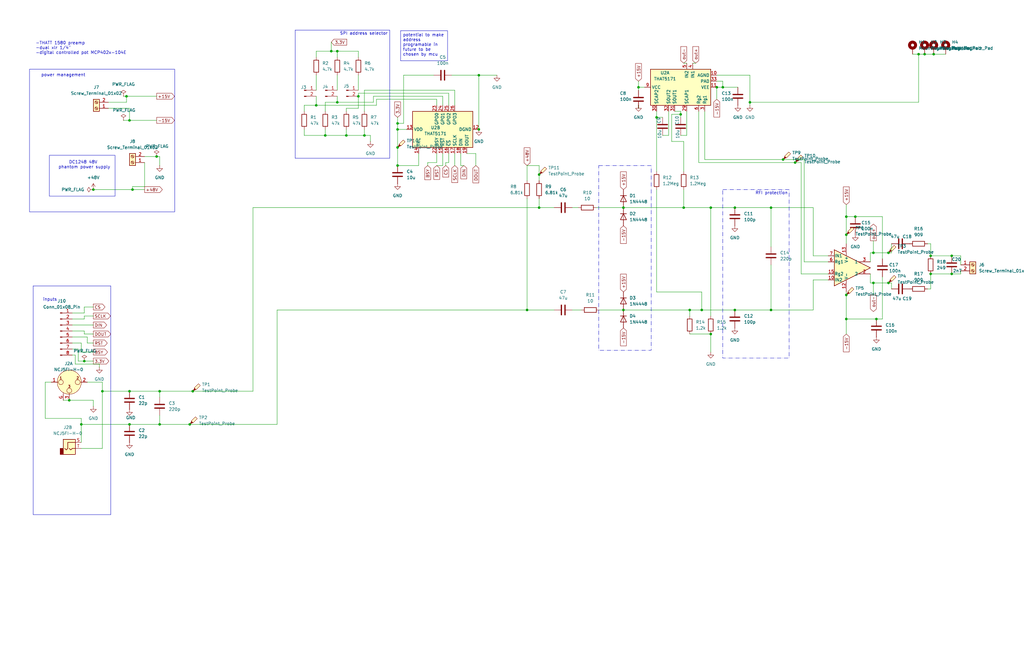
<source format=kicad_sch>
(kicad_sch (version 20231120) (generator "eeschema") (generator_version "8.0")
  (paper "B")
  (title_block (title "channel preamp") (rev "1"))
  (lib_symbols
    (symbol "Audio:THAT1580" (pin_names (offset 0.127))
      (property "Reference" "U" (at 3.81 7.62 0))
      (property "Value" "THAT1580" (at 5.08 5.08 0))
      (symbol "THAT1580_1_1"
        (pin input line (at -10.16 -5.08 0) (length 2.54) (name "IN2") (number "10"))
        (pin power_in line (at -2.54 -10.16 90) (length 5.08) (name "V-") (number "12"))
        (pin power_in line (at -2.54 10.16 270) (length 5.08) (name "V+") (number "13"))
        (pin passive line (at -10.16 -2.54 0) (length 2.54) (name "Rg2") (number "15"))
        (pin passive line (at -2.54 -10.16 90) (length 5.08) hide (name "V-") (number "17"))
        (pin output line (at 7.62 -2.54 180) (length 5.08) (name "2") (number "2"))
        (pin output line (at 7.62 2.54 180) (length 5.08) (name "1") (number "3"))
        (pin passive line (at -10.16 2.54 0) (length 2.54) (name "Rg1") (number "6"))
        (pin input line (at -10.16 5.08 0) (length 2.54) (name "IN1") (number "7"))
      )
    )
    (symbol "Audio:THAT5171"
      (property "Reference" "U" (at -6.35 13.97 0))
      (property "Value" "THAT5171" (at 5.08 13.97 0))
      (symbol "THAT5171_1_1"
        (pin no_connect line (at 7.62 10.16 180) (length 2.54) hide (name "NC") (number "1"))
        (pin power_in line (at 5.08 -15.24 90) (length 2.54) (name "AGND") (number "10"))
        (pin power_in line (at 0 -15.24 90) (length 2.54) (name "VEE") (number "11"))
        (pin no_connect line (at 7.62 7.62 180) (length 2.54) hide (name "NC") (number "2"))
        (pin no_connect line (at 7.62 0 180) (length 2.54) hide (name "NC") (number "27"))
        (pin passive line (at 5.08 -15.24 90) (length 2.54) hide (name "AGND") (number "28"))
        (pin passive line (at -10.16 -2.54 0) (length 2.54) (name "SCAP1") (number "29"))
        (pin passive line (at -10.16 -10.16 0) (length 2.54) (name "Rg1") (number "3"))
        (pin passive line (at -10.16 10.16 0) (length 2.54) (name "SCAP2") (number "30"))
        (pin output line (at -10.16 2.54 0) (length 2.54) (name "SOUT1") (number "31"))
        (pin output line (at -10.16 5.08 0) (length 2.54) (name "SOUT2") (number "32"))
        (pin passive line (at 2.54 -15.24 90) (length 2.54) (name "PAD") (number "33"))
        (pin input line (at 10.16 -5.08 180) (length 2.54) (name "IN1") (number "4"))
        (pin input line (at 10.16 -2.54 180) (length 2.54) (name "IN2") (number "5"))
        (pin passive line (at -10.16 -7.62 0) (length 2.54) (name "Rg2") (number "6"))
        (pin no_connect line (at 7.62 5.08 180) (length 2.54) hide (name "NC") (number "7"))
        (pin no_connect line (at 7.62 2.54 180) (length 2.54) hide (name "NC") (number "8"))
        (pin power_in line (at 0 15.24 270) (length 2.54) (name "VCC") (number "9"))
      )
      (symbol "THAT5171_2_1"
        (pin power_in line (at 0 -15.24 90) (length 2.54) (name "DGND") (number "12"))
        (pin power_in line (at 0 15.24 270) (length 2.54) (name "VDD") (number "13"))
        (pin passive line (at -10.16 10.16 0) (length 2.54) (name "TRC") (number "14"))
        (pin input line (at -10.16 0 0) (length 2.54) (name "~{RST}") (number "15"))
        (pin input line (at -10.16 -2.54 0) (length 2.54) (name "~{CS}") (number "16"))
        (pin input line (at -10.16 -5.08 0) (length 2.54) (name "SCLK") (number "17"))
        (pin input line (at -10.16 -7.62 0) (length 2.54) (name "DIN") (number "18"))
        (pin tri_state line (at -10.16 -10.16 0) (length 2.54) (name "DOUT") (number "19"))
        (pin passive line (at 0 -15.24 90) (length 2.54) hide (name "DGND") (number "20"))
        (pin passive line (at 0 15.24 270) (length 2.54) hide (name "VDD") (number "21"))
        (pin output line (at -10.16 2.54 0) (length 2.54) (name "BSY") (number "22"))
        (pin bidirectional line (at 10.16 2.54 180) (length 2.54) (name "GPO0") (number "23"))
        (pin bidirectional line (at 10.16 0 180) (length 2.54) (name "GPO1") (number "24"))
        (pin bidirectional line (at 10.16 -2.54 180) (length 2.54) (name "GPO2") (number "25"))
        (pin bidirectional line (at 10.16 -5.08 180) (length 2.54) (name "GPO3") (number "26"))
      )
    )
    (symbol "Connector:Conn_01x02_Pin" (pin_names (offset 1.016) hide)
      (property "Reference" "J" (at 0 2.54 0))
      (property "Value" "Conn_01x02_Pin" (at 0 -5.08 0))
      (symbol "Conn_01x02_Pin_1_1"
        (pin passive line (at 5.08 0 180) (length 3.81) (name "Pin_1") (number "1"))
        (pin passive line (at 5.08 -2.54 180) (length 3.81) (name "Pin_2") (number "2"))
      )
    )
    (symbol "Connector:Conn_01x08_Pin" (pin_names (offset 1.016) hide)
      (property "Reference" "J" (at 0 10.16 0))
      (property "Value" "Conn_01x08_Pin" (at 0 -12.7 0))
      (symbol "Conn_01x08_Pin_1_1"
        (pin passive line (at 5.08 7.62 180) (length 3.81) (name "Pin_1") (number "1"))
        (pin passive line (at 5.08 5.08 180) (length 3.81) (name "Pin_2") (number "2"))
        (pin passive line (at 5.08 2.54 180) (length 3.81) (name "Pin_3") (number "3"))
        (pin passive line (at 5.08 0 180) (length 3.81) (name "Pin_4") (number "4"))
        (pin passive line (at 5.08 -2.54 180) (length 3.81) (name "Pin_5") (number "5"))
        (pin passive line (at 5.08 -5.08 180) (length 3.81) (name "Pin_6") (number "6"))
        (pin passive line (at 5.08 -7.62 180) (length 3.81) (name "Pin_7") (number "7"))
        (pin passive line (at 5.08 -10.16 180) (length 3.81) (name "Pin_8") (number "8"))
      )
    )
    (symbol "Connector:Screw_Terminal_01x02" (pin_names (offset 1.016) hide)
      (property "Reference" "J" (at 0 2.54 0))
      (property "Value" "Screw_Terminal_01x02" (at 0 -5.08 0))
      (symbol "Screw_Terminal_01x02_1_1"
        (pin passive line (at -5.08 0 0) (length 3.81) (name "Pin_1") (number "1"))
        (pin passive line (at -5.08 -2.54 0) (length 3.81) (name "Pin_2") (number "2"))
      )
    )
    (symbol "Connector:TestPoint_Probe" (pin_numbers hide) (pin_names (offset 0.762) hide)
      (property "Reference" "TP" (at 1.651 5.842 0))
      (property "Value" "TestPoint_Probe" (at 1.651 4.064 0))
      (symbol "TestPoint_Probe_1_1"
        (pin passive line (at 0 0 90) (length 0) (name "1") (number "1"))
      )
    )
    (symbol "Connector_Audio:NCJ5FI-H-0" (pin_names hide)
      (property "Reference" "J" (at 0 10.16 0))
      (property "Value" "NCJ5FI-H-0" (at 0 7.62 0))
      (symbol "NCJ5FI-H-0_1_1"
        (text "1" (at -3.556 1.778 0) (effects (font (size 1.016 1.016) (bold yes))))
        (text "2" (at 3.556 1.778 0) (effects (font (size 1.016 1.016) (bold yes))))
        (text "3" (at 0 -1.778 0) (effects (font (size 1.016 1.016) (bold yes))))
        (pin passive line (at -7.62 0 0) (length 2.54) (name "~") (number "1"))
        (pin passive line (at 7.62 0 180) (length 2.54) (name "~") (number "2"))
        (pin passive line (at 0 -7.62 90) (length 2.54) (name "~") (number "3"))
        (pin passive line (at -2.54 -7.62 90) (length 2.54) (name "~") (number "G"))
      )
      (symbol "NCJ5FI-H-0_2_1"
        (pin passive line (at 5.08 2.54 180) (length 2.54) (name "~") (number "S"))
        (pin passive line (at 5.08 0 180) (length 2.54) (name "~") (number "T"))
      )
    )
    (symbol "Device:C" (pin_numbers hide) (pin_names (offset 0.254))
      (property "Reference" "C" (at 0.635 2.54 0))
      (property "Value" "C" (at 0.635 -2.54 0))
      (symbol "C_1_1"
        (pin passive line (at 0 3.81 270) (length 2.794) (name "~") (number "1"))
        (pin passive line (at 0 -3.81 90) (length 2.794) (name "~") (number "2"))
      )
    )
    (symbol "Device:R" (pin_numbers hide) (pin_names (offset 0))
      (property "Reference" "R" (at 2.032 0 90))
      (property "Value" "R" (at 0 0 90))
      (symbol "R_1_1"
        (pin passive line (at 0 3.81 270) (length 1.27) (name "~") (number "1"))
        (pin passive line (at 0 -3.81 90) (length 1.27) (name "~") (number "2"))
      )
    )
    (symbol "Diode:1N4448" (pin_numbers hide) (pin_names hide)
      (property "Reference" "D" (at 0 2.54 0))
      (property "Value" "1N4448" (at 0 -2.54 0))
      (symbol "1N4448_1_1"
        (pin passive line (at -3.81 0 0) (length 2.54) (name "K") (number "1"))
        (pin passive line (at 3.81 0 180) (length 2.54) (name "A") (number "2"))
      )
    )
    (symbol "Mechanical:MountingHole_Pad" (pin_numbers hide) (pin_names (offset 1.016) hide) (exclude_from_sim yes) (in_bom no)
      (property "Reference" "H" (at 0 6.35 0))
      (property "Value" "MountingHole_Pad" (at 0 4.445 0))
      (symbol "MountingHole_Pad_1_1"
        (pin input line (at 0 -2.54 90) (length 2.54) (name "1") (number "1"))
      )
    )
    (symbol "power:+48V" (power) (pin_numbers hide) (pin_names (offset 0) hide)
      (property "Value" "+48V" (at 0 3.556 0))
      (symbol "+48V_1_1"
        (pin power_in line (at 0 0 90) (length 0) (name "~") (number "1"))
      )
    )
    (symbol "power:GND" (power) (pin_numbers hide) (pin_names (offset 0) hide)
      (property "Value" "GND" (at 0 -3.81 0))
      (symbol "GND_1_1"
        (pin power_in line (at 0 0 270) (length 0) (name "~") (number "1"))
      )
    )
    (symbol "power:PWR_FLAG" (power) (pin_numbers hide) (pin_names (offset 0) hide)
      (property "Value" "PWR_FLAG" (at 0 3.81 0))
      (symbol "PWR_FLAG_0_0"
        (pin power_out line (at 0 0 90) (length 0) (name "~") (number "1"))
      )
    )
  )
  (junction (at 201.93 31.75))
  (junction (at 146.05 57.15))
  (junction (at 325.12 87.63))
  (junction (at 269.24 36.83))
  (junction (at 335.28 68.58))
  (junction (at 387.35 22.86))
  (junction (at 139.7 21.59))
  (junction (at 309.88 87.63))
  (junction (at 80.01 179.07))
  (junction (at 43.18 165.1))
  (junction (at 54.61 165.1))
  (junction (at 34.29 179.07))
  (junction (at 330.2 67.31))
  (junction (at 81.28 165.1))
  (junction (at 53.34 40.64))
  (junction (at 142.24 43.18))
  (junction (at 304.8 36.83))
  (junction (at 276.86 49.53))
  (junction (at 374.65 119.38))
  (junction (at 369.57 134.62))
  (junction (at 287.02 48.26))
  (junction (at 39.37 80.01))
  (junction (at 290.83 130.81))
  (junction (at 374.65 106.68))
  (junction (at 262.89 130.81))
  (junction (at 167.64 62.23))
  (junction (at 295.91 130.81))
  (junction (at 227.33 73.66))
  (junction (at 167.64 54.61))
  (junction (at 356.87 91.44))
  (junction (at 356.87 134.62))
  (junction (at 29.21 168.91))
  (junction (at 389.89 22.86))
  (junction (at 368.3 106.68))
  (junction (at 67.31 165.1))
  (junction (at 392.43 115.57))
  (junction (at 356.87 99.06))
  (junction (at 67.31 179.07))
  (junction (at 227.33 87.63))
  (junction (at 288.29 87.63))
  (junction (at 302.26 36.83))
  (junction (at 356.87 124.46))
  (junction (at 201.93 54.61))
  (junction (at 133.35 44.45))
  (junction (at 54.61 50.8))
  (junction (at 151.13 40.64))
  (junction (at 262.89 87.63))
  (junction (at 299.72 140.97))
  (junction (at 222.25 130.81))
  (junction (at 392.43 107.95))
  (junction (at 153.67 57.15))
  (junction (at 401.32 115.57))
  (junction (at 299.72 87.63))
  (junction (at 167.64 69.85))
  (junction (at 360.68 91.44))
  (junction (at 316.23 43.18))
  (junction (at 55.88 80.01))
  (junction (at 54.61 179.07))
  (junction (at 325.12 130.81))
  (junction (at 368.3 119.38))
  (junction (at 309.88 130.81))
  (junction (at 66.04 66.04))
  (junction (at 401.32 107.95))
  (junction (at 167.64 52.07))
  (junction (at 393.7 22.86))
  (junction (at 137.16 57.15))
  (junction (at 35.56 152.4))
  (junction (at 142.24 21.59))
  (wire (pts (xy 34.29 186.69) (xy 34.29 179.07)))
  (wire (pts (xy 342.9 118.11) (xy 342.9 130.81)))
  (wire (pts (xy 151.13 39.37) (xy 151.13 40.64)))
  (wire (pts (xy 43.18 165.1) (xy 43.18 161.29)))
  (wire (pts (xy 387.35 22.86) (xy 387.35 43.18)))
  (wire (pts (xy 309.88 130.81) (xy 325.12 130.81)))
  (wire (pts (xy 167.64 52.07) (xy 167.64 54.61)))
  (wire (pts (xy 194.31 69.85) (xy 195.58 69.85)))
  (wire (pts (xy 182.88 31.75) (xy 170.18 31.75)))
  (wire (pts (xy 367.03 106.68) (xy 367.03 110.49)))
  (wire (pts (xy 372.11 116.84) (xy 372.11 134.62)))
  (wire (pts (xy 36.83 144.78) (xy 39.37 144.78)))
  (wire (pts (xy 116.84 179.07) (xy 116.84 130.81)))
  (wire (pts (xy 294.64 68.58) (xy 294.64 46.99)))
  (wire (pts (xy 276.86 49.53) (xy 276.86 72.39)))
  (wire (pts (xy 337.82 115.57) (xy 337.82 68.58)))
  (wire (pts (xy 180.34 68.58) (xy 180.34 69.85)))
  (wire (pts (xy 288.29 72.39) (xy 288.29 59.69)))
  (wire (pts (xy 54.61 179.07) (xy 67.31 179.07)))
  (wire (pts (xy 137.16 57.15) (xy 146.05 57.15)))
  (wire (pts (xy 31.75 153.67) (xy 41.91 153.67)))
  (wire (pts (xy 288.29 26.67) (xy 289.56 26.67)))
  (wire (pts (xy 356.87 99.06) (xy 356.87 102.87)))
  (wire (pts (xy 34.29 144.78) (xy 34.29 148.59)))
  (wire (pts (xy 146.05 57.15) (xy 153.67 57.15)))
  (wire (pts (xy 293.37 26.67) (xy 292.1 26.67)))
  (wire (pts (xy 30.48 149.86) (xy 31.75 149.86)))
  (wire (pts (xy 55.88 78.74) (xy 55.88 80.01)))
  (wire (pts (xy 269.24 36.83) (xy 271.78 36.83)))
  (wire (pts (xy 227.33 69.85) (xy 227.33 73.66)))
  (wire (pts (xy 158.75 44.45) (xy 133.35 44.45)))
  (wire (pts (xy 372.11 109.22) (xy 372.11 91.44)))
  (wire (pts (xy 158.75 41.91) (xy 158.75 44.45)))
  (wire (pts (xy 342.9 87.63) (xy 325.12 87.63)))
  (wire (pts (xy 189.23 68.58) (xy 189.23 64.77)))
  (wire (pts (xy 33.02 152.4) (xy 35.56 152.4)))
  (wire (pts (xy 201.93 31.75) (xy 209.55 31.75)))
  (wire (pts (xy 187.96 69.85) (xy 187.96 68.58)))
  (wire (pts (xy 337.82 68.58) (xy 335.28 68.58)))
  (wire (pts (xy 67.31 179.07) (xy 80.01 179.07)))
  (wire (pts (xy 39.37 133.35) (xy 35.56 133.35)))
  (wire (pts (xy 281.94 46.99) (xy 281.94 57.15)))
  (wire (pts (xy 133.35 21.59) (xy 133.35 24.13)))
  (wire (pts (xy 60.96 78.74) (xy 55.88 78.74)))
  (wire (pts (xy 106.68 87.63) (xy 106.68 165.1)))
  (wire (pts (xy 139.7 21.59) (xy 133.35 21.59)))
  (wire (pts (xy 269.24 34.29) (xy 269.24 36.83)))
  (wire (pts (xy 137.16 54.61) (xy 137.16 57.15)))
  (wire (pts (xy 367.03 119.38) (xy 367.03 115.57)))
  (wire (pts (xy 176.53 64.77) (xy 176.53 69.85)))
  (wire (pts (xy 36.83 142.24) (xy 36.83 144.78)))
  (wire (pts (xy 374.65 119.38) (xy 375.92 119.38)))
  (wire (pts (xy 368.3 101.6) (xy 368.3 106.68)))
  (wire (pts (xy 405.13 107.95) (xy 405.13 111.76)))
  (wire (pts (xy 302.26 36.83) (xy 304.8 36.83)))
  (wire (pts (xy 184.15 44.45) (xy 184.15 41.91)))
  (wire (pts (xy 276.86 80.01) (xy 276.86 123.19)))
  (wire (pts (xy 304.8 36.83) (xy 311.15 36.83)))
  (wire (pts (xy 146.05 45.72) (xy 146.05 46.99)))
  (wire (pts (xy 137.16 43.18) (xy 142.24 43.18)))
  (wire (pts (xy 251.46 87.63) (xy 262.89 87.63)))
  (wire (pts (xy 184.15 41.91) (xy 158.75 41.91)))
  (wire (pts (xy 35.56 133.35) (xy 35.56 134.62)))
  (wire (pts (xy 392.43 102.87) (xy 392.43 107.95)))
  (wire (pts (xy 290.83 130.81) (xy 290.83 133.35)))
  (wire (pts (xy 167.64 54.61) (xy 167.64 62.23)))
  (wire (pts (xy 405.13 114.3) (xy 405.13 115.57)))
  (wire (pts (xy 43.18 161.29) (xy 36.83 161.29)))
  (wire (pts (xy 142.24 43.18) (xy 157.48 43.18)))
  (wire (pts (xy 276.86 49.53) (xy 276.86 46.99)))
  (wire (pts (xy 176.53 69.85) (xy 167.64 69.85)))
  (wire (pts (xy 299.72 87.63) (xy 309.88 87.63)))
  (wire (pts (xy 368.3 124.46) (xy 368.3 119.38)))
  (wire (pts (xy 153.67 38.1) (xy 153.67 46.99)))
  (wire (pts (xy 151.13 39.37) (xy 189.23 39.37)))
  (wire (pts (xy 128.27 54.61) (xy 128.27 57.15)))
  (wire (pts (xy 35.56 152.4) (xy 39.37 152.4)))
  (wire (pts (xy 375.92 106.68) (xy 375.92 102.87)))
  (wire (pts (xy 30.48 142.24) (xy 36.83 142.24)))
  (wire (pts (xy 387.35 43.18) (xy 316.23 43.18)))
  (wire (pts (xy 325.12 87.63) (xy 325.12 104.14)))
  (wire (pts (xy 201.93 31.75) (xy 201.93 54.61)))
  (wire (pts (xy 360.68 91.44) (xy 356.87 91.44)))
  (wire (pts (xy 191.77 38.1) (xy 153.67 38.1)))
  (wire (pts (xy 356.87 123.19) (xy 356.87 124.46)))
  (wire (pts (xy 401.32 115.57) (xy 405.13 115.57)))
  (wire (pts (xy 302.26 36.83) (xy 302.26 41.91)))
  (wire (pts (xy 369.57 134.62) (xy 372.11 134.62)))
  (wire (pts (xy 54.61 165.1) (xy 43.18 165.1)))
  (wire (pts (xy 137.16 46.99) (xy 137.16 43.18)))
  (wire (pts (xy 367.03 119.38) (xy 368.3 119.38)))
  (wire (pts (xy 60.96 66.04) (xy 66.04 66.04)))
  (wire (pts (xy 262.89 130.81) (xy 252.73 130.81)))
  (wire (pts (xy 167.64 54.61) (xy 171.45 54.61)))
  (wire (pts (xy 33.02 147.32) (xy 33.02 152.4)))
  (wire (pts (xy 187.96 68.58) (xy 189.23 68.58)))
  (wire (pts (xy 35.56 139.7) (xy 35.56 140.97)))
  (wire (pts (xy 335.28 68.58) (xy 294.64 68.58)))
  (wire (pts (xy 153.67 57.15) (xy 156.21 57.15)))
  (wire (pts (xy 325.12 111.76) (xy 325.12 130.81)))
  (wire (pts (xy 276.86 123.19) (xy 295.91 123.19)))
  (wire (pts (xy 19.05 176.53) (xy 19.05 161.29)))
  (wire (pts (xy 106.68 165.1) (xy 81.28 165.1)))
  (wire (pts (xy 342.9 130.81) (xy 325.12 130.81)))
  (wire (pts (xy 81.28 165.1) (xy 67.31 165.1)))
  (wire (pts (xy 66.04 66.04) (xy 67.31 66.04)))
  (wire (pts (xy 295.91 130.81) (xy 309.88 130.81)))
  (wire (pts (xy 387.35 22.86) (xy 389.89 22.86)))
  (wire (pts (xy 372.11 91.44) (xy 360.68 91.44)))
  (wire (pts (xy 31.75 149.86) (xy 31.75 153.67)))
  (wire (pts (xy 290.83 130.81) (xy 262.89 130.81)))
  (wire (pts (xy 54.61 45.72) (xy 54.61 50.8)))
  (wire (pts (xy 283.21 48.26) (xy 287.02 48.26)))
  (wire (pts (xy 401.32 107.95) (xy 405.13 107.95)))
  (wire (pts (xy 349.25 118.11) (xy 342.9 118.11)))
  (wire (pts (xy 339.09 110.49) (xy 339.09 67.31)))
  (wire (pts (xy 289.56 46.99) (xy 289.56 57.15)))
  (wire (pts (xy 281.94 57.15) (xy 279.4 57.15)))
  (wire (pts (xy 356.87 134.62) (xy 356.87 140.97)))
  (wire (pts (xy 222.25 69.85) (xy 227.33 69.85)))
  (wire (pts (xy 30.48 144.78) (xy 34.29 144.78)))
  (wire (pts (xy 299.72 133.35) (xy 299.72 87.63)))
  (wire (pts (xy 34.29 189.23) (xy 43.18 189.23)))
  (wire (pts (xy 67.31 66.04) (xy 67.31 69.85)))
  (wire (pts (xy 393.7 22.86) (xy 398.78 22.86)))
  (wire (pts (xy 52.07 50.8) (xy 54.61 50.8)))
  (wire (pts (xy 54.61 50.8) (xy 66.04 50.8)))
  (wire (pts (xy 269.24 45.72) (xy 269.24 44.45)))
  (wire (pts (xy 392.43 107.95) (xy 401.32 107.95)))
  (wire (pts (xy 241.3 130.81) (xy 245.11 130.81)))
  (wire (pts (xy 170.18 31.75) (xy 170.18 52.07)))
  (wire (pts (xy 142.24 21.59) (xy 151.13 21.59)))
  (wire (pts (xy 189.23 44.45) (xy 189.23 39.37)))
  (wire (pts (xy 52.07 40.64) (xy 53.34 40.64)))
  (wire (pts (xy 35.56 134.62) (xy 30.48 134.62)))
  (wire (pts (xy 330.2 67.31) (xy 297.18 67.31)))
  (wire (pts (xy 269.24 38.1) (xy 269.24 36.83)))
  (wire (pts (xy 369.57 134.62) (xy 356.87 134.62)))
  (wire (pts (xy 304.8 34.29) (xy 304.8 36.83)))
  (wire (pts (xy 35.56 140.97) (xy 39.37 140.97)))
  (wire (pts (xy 156.21 57.15) (xy 156.21 59.69)))
  (wire (pts (xy 262.89 87.63) (xy 288.29 87.63)))
  (wire (pts (xy 153.67 54.61) (xy 153.67 57.15)))
  (wire (pts (xy 194.31 64.77) (xy 194.31 69.85)))
  (wire (pts (xy 184.15 64.77) (xy 184.15 68.58)))
  (wire (pts (xy 186.69 69.85) (xy 186.69 64.77)))
  (wire (pts (xy 151.13 24.13) (xy 151.13 21.59)))
  (wire (pts (xy 283.21 59.69) (xy 283.21 48.26)))
  (wire (pts (xy 316.23 43.18) (xy 316.23 44.45)))
  (wire (pts (xy 299.72 140.97) (xy 299.72 148.59)))
  (wire (pts (xy 170.18 52.07) (xy 167.64 52.07)))
  (wire (pts (xy 30.48 137.16) (xy 39.37 137.16)))
  (wire (pts (xy 325.12 87.63) (xy 309.88 87.63)))
  (wire (pts (xy 39.37 168.91) (xy 39.37 171.45)))
  (wire (pts (xy 167.64 49.53) (xy 167.64 52.07)))
  (wire (pts (xy 34.29 176.53) (xy 19.05 176.53)))
  (wire (pts (xy 297.18 46.99) (xy 297.18 67.31)))
  (wire (pts (xy 41.91 153.67) (xy 41.91 154.94)))
  (wire (pts (xy 39.37 129.54) (xy 35.56 129.54)))
  (wire (pts (xy 349.25 107.95) (xy 342.9 107.95)))
  (wire (pts (xy 389.89 22.86) (xy 393.7 22.86)))
  (wire (pts (xy 337.82 115.57) (xy 349.25 115.57)))
  (wire (pts (xy 227.33 73.66) (xy 227.33 76.2)))
  (wire (pts (xy 384.81 22.86) (xy 387.35 22.86)))
  (wire (pts (xy 287.02 46.99) (xy 287.02 48.26)))
  (wire (pts (xy 222.25 76.2) (xy 222.25 69.85)))
  (wire (pts (xy 356.87 124.46) (xy 356.87 134.62)))
  (wire (pts (xy 55.88 80.01) (xy 60.96 80.01)))
  (wire (pts (xy 392.43 115.57) (xy 401.32 115.57)))
  (wire (pts (xy 157.48 40.64) (xy 157.48 43.18)))
  (wire (pts (xy 35.56 129.54) (xy 35.56 132.08)))
  (wire (pts (xy 186.69 40.64) (xy 157.48 40.64)))
  (wire (pts (xy 128.27 44.45) (xy 128.27 46.99)))
  (wire (pts (xy 45.72 43.18) (xy 53.34 43.18)))
  (wire (pts (xy 339.09 67.31) (xy 330.2 67.31)))
  (wire (pts (xy 392.43 121.92) (xy 391.16 121.92)))
  (wire (pts (xy 34.29 179.07) (xy 34.29 176.53)))
  (wire (pts (xy 167.64 62.23) (xy 167.64 69.85)))
  (wire (pts (xy 375.92 119.38) (xy 375.92 121.92)))
  (wire (pts (xy 30.48 147.32) (xy 33.02 147.32)))
  (wire (pts (xy 288.29 80.01) (xy 288.29 87.63)))
  (wire (pts (xy 288.29 59.69) (xy 283.21 59.69)))
  (wire (pts (xy 139.7 17.78) (xy 139.7 21.59)))
  (wire (pts (xy 190.5 31.75) (xy 201.93 31.75)))
  (wire (pts (xy 295.91 130.81) (xy 290.83 130.81)))
  (wire (pts (xy 356.87 86.36) (xy 356.87 91.44)))
  (wire (pts (xy 184.15 68.58) (xy 180.34 68.58)))
  (wire (pts (xy 288.29 87.63) (xy 299.72 87.63)))
  (wire (pts (xy 39.37 80.01) (xy 55.88 80.01)))
  (wire (pts (xy 342.9 107.95) (xy 342.9 87.63)))
  (wire (pts (xy 45.72 45.72) (xy 54.61 45.72)))
  (wire (pts (xy 53.34 43.18) (xy 53.34 40.64)))
  (wire (pts (xy 128.27 57.15) (xy 137.16 57.15)))
  (wire (pts (xy 279.4 49.53) (xy 276.86 49.53)))
  (wire (pts (xy 29.21 168.91) (xy 39.37 168.91)))
  (wire (pts (xy 302.26 34.29) (xy 304.8 34.29)))
  (wire (pts (xy 35.56 139.7) (xy 30.48 139.7)))
  (wire (pts (xy 34.29 179.07) (xy 54.61 179.07)))
  (wire (pts (xy 295.91 123.19) (xy 295.91 130.81)))
  (wire (pts (xy 67.31 175.26) (xy 67.31 179.07)))
  (wire (pts (xy 34.29 148.59) (xy 39.37 148.59)))
  (wire (pts (xy 299.72 140.97) (xy 290.83 140.97)))
  (wire (pts (xy 227.33 87.63) (xy 106.68 87.63)))
  (wire (pts (xy 392.43 121.92) (xy 392.43 115.57)))
  (wire (pts (xy 26.67 168.91) (xy 29.21 168.91)))
  (wire (pts (xy 142.24 21.59) (xy 142.24 24.13)))
  (wire (pts (xy 241.3 87.63) (xy 243.84 87.63)))
  (wire (pts (xy 43.18 189.23) (xy 43.18 165.1)))
  (wire (pts (xy 367.03 106.68) (xy 368.3 106.68)))
  (wire (pts (xy 142.24 40.64) (xy 142.24 43.18)))
  (wire (pts (xy 184.15 69.85) (xy 186.69 69.85)))
  (wire (pts (xy 227.33 83.82) (xy 227.33 87.63)))
  (wire (pts (xy 67.31 165.1) (xy 67.31 167.64)))
  (wire (pts (xy 19.05 161.29) (xy 21.59 161.29)))
  (wire (pts (xy 146.05 54.61) (xy 146.05 57.15)))
  (wire (pts (xy 35.56 132.08) (xy 30.48 132.08)))
  (wire (pts (xy 142.24 31.75) (xy 142.24 38.1)))
  (wire (pts (xy 374.65 106.68) (xy 375.92 106.68)))
  (wire (pts (xy 368.3 106.68) (xy 374.65 106.68)))
  (wire (pts (xy 142.24 21.59) (xy 139.7 21.59)))
  (wire (pts (xy 200.66 64.77) (xy 200.66 69.85)))
  (wire (pts (xy 356.87 91.44) (xy 356.87 99.06)))
  (wire (pts (xy 368.3 119.38) (xy 374.65 119.38)))
  (wire (pts (xy 287.02 48.26) (xy 287.02 49.53)))
  (wire (pts (xy 222.25 130.81) (xy 233.68 130.81)))
  (wire (pts (xy 151.13 31.75) (xy 151.13 38.1)))
  (wire (pts (xy 287.02 57.15) (xy 289.56 57.15)))
  (wire (pts (xy 146.05 45.72) (xy 151.13 45.72)))
  (wire (pts (xy 133.35 40.64) (xy 133.35 44.45)))
  (wire (pts (xy 339.09 110.49) (xy 349.25 110.49)))
  (wire (pts (xy 222.25 83.82) (xy 222.25 130.81)))
  (wire (pts (xy 60.96 68.58) (xy 60.96 78.74)))
  (wire (pts (xy 284.48 46.99) (xy 287.02 46.99)))
  (wire (pts (xy 233.68 87.63) (xy 227.33 87.63)))
  (wire (pts (xy 54.61 165.1) (xy 67.31 165.1)))
  (wire (pts (xy 80.01 179.07) (xy 116.84 179.07)))
  (wire (pts (xy 116.84 130.81) (xy 222.25 130.81)))
  (wire (pts (xy 53.34 40.64) (xy 66.04 40.64)))
  (wire (pts (xy 391.16 102.87) (xy 392.43 102.87)))
  (wire (pts (xy 133.35 31.75) (xy 133.35 38.1)))
  (wire (pts (xy 186.69 44.45) (xy 186.69 40.64)))
  (wire (pts (xy 316.23 31.75) (xy 316.23 43.18)))
  (wire (pts (xy 191.77 64.77) (xy 191.77 69.85)))
  (wire (pts (xy 302.26 31.75) (xy 316.23 31.75)))
  (wire (pts (xy 128.27 44.45) (xy 133.35 44.45)))
  (wire (pts (xy 151.13 45.72) (xy 151.13 40.64)))
  (wire (pts (xy 196.85 64.77) (xy 200.66 64.77)))
  (wire (pts (xy 191.77 44.45) (xy 191.77 38.1)))
  (rectangle (start 12.446 29.21) (end 73.66 89.408))
  (rectangle (start 20.828 65.532) (end 48.514 82.804))
  (rectangle (start 304.8 80.01) (end 332.74 151.13) (stroke (width 0) (type dash_dot)))
  (rectangle (start 124.46 12.7) (end 164.338 66.802))
  (rectangle (start 252.476 69.85) (end 274.574 147.828) (stroke (width 0) (type dash_dot)))
  (rectangle (start 13.97 120.65) (end 46.736 217.17))
  (text_box "potential to make address programable in future to be chosen by mcu" (at 168.91 12.954 0) (size 19.812 12.7) (effects (font (size 1.27 1.27)) (justify left top)))
  (text "RFI protection" (at 325.374 81.534 0) (effects (font (size 1.27 1.27))))
  (text "-THATT 1580 preamp\n-dual xlr 1/4\"\n-digital controlled pot MCP402x-104E" (at 14.986 20.32 0) (effects (font (size 1.27 1.27)) (justify left)))
  (text "DC1248 48V \nphantom power supply" (at 35.56 69.596 0) (effects (font (size 1.27 1.27))))
  (text "inputs" (at 21.082 126.492 0) (effects (font (size 1.27 1.27))))
  (text "SPI address selector" (at 153.416 14.224 0) (effects (font (size 1.27 1.27))))
  (text "power management" (at 26.67 31.75 0) (effects (font (size 1.27 1.27))))
  (global_label "RST" (shape output) (at 39.37 144.78 0) (property "Intersheetrefs" "${INTERSHEET_REFS}" (effects (hide yes))))
  (global_label "out-" (shape output) (at 368.3 124.46 270) (property "Intersheetrefs" "${INTERSHEET_REFS}" (effects (hide yes))))
  (global_label "DIN" (shape output) (at 39.37 137.16 0) (property "Intersheetrefs" "${INTERSHEET_REFS}" (effects (hide yes))))
  (global_label "+15V" (shape input) (at 356.87 86.36 90) (property "Intersheetrefs" "${INTERSHEET_REFS}" (effects (hide yes))))
  (global_label "DIN" (shape input) (at 195.58 69.85 270) (property "Intersheetrefs" "${INTERSHEET_REFS}" (effects (hide yes))))
  (global_label "DOUT" (shape input) (at 200.66 69.85 270) (property "Intersheetrefs" "${INTERSHEET_REFS}" (effects (hide yes))))
  (global_label "DOUT" (shape output) (at 39.37 140.97 0) (property "Intersheetrefs" "${INTERSHEET_REFS}" (effects (hide yes))))
  (global_label "CS" (shape input) (at 187.96 69.85 270) (property "Intersheetrefs" "${INTERSHEET_REFS}" (effects (hide yes))))
  (global_label "+15V" (shape input) (at 269.24 34.29 90) (property "Intersheetrefs" "${INTERSHEET_REFS}" (effects (hide yes))))
  (global_label "-15V" (shape input) (at 262.89 95.25 270) (property "Intersheetrefs" "${INTERSHEET_REFS}" (effects (hide yes))))
  (global_label "-15V" (shape input) (at 302.26 41.91 270) (property "Intersheetrefs" "${INTERSHEET_REFS}" (effects (hide yes))))
  (global_label "out-" (shape input) (at 288.29 26.67 90) (property "Intersheetrefs" "${INTERSHEET_REFS}" (effects (hide yes))))
  (global_label "SCLK" (shape input) (at 191.77 69.85 270) (property "Intersheetrefs" "${INTERSHEET_REFS}" (effects (hide yes))))
  (global_label "BSY" (shape input) (at 180.34 69.85 270) (property "Intersheetrefs" "${INTERSHEET_REFS}" (effects (hide yes))))
  (global_label "SCLK" (shape output) (at 39.37 133.35 0) (property "Intersheetrefs" "${INTERSHEET_REFS}" (effects (hide yes))))
  (global_label "BSY" (shape output) (at 39.37 148.59 0) (property "Intersheetrefs" "${INTERSHEET_REFS}" (effects (hide yes))))
  (global_label "+48V" (shape output) (at 60.96 80.01 0) (property "Intersheetrefs" "${INTERSHEET_REFS}" (effects (hide yes))))
  (global_label "3.3V" (shape input) (at 167.64 49.53 90) (property "Intersheetrefs" "${INTERSHEET_REFS}" (effects (hide yes))))
  (global_label "out+" (shape input) (at 293.37 26.67 90) (property "Intersheetrefs" "${INTERSHEET_REFS}" (effects (hide yes))))
  (global_label "+48V" (shape input) (at 222.25 69.85 90) (property "Intersheetrefs" "${INTERSHEET_REFS}" (effects (hide yes))))
  (global_label "-15V" (shape input) (at 356.87 140.97 270) (property "Intersheetrefs" "${INTERSHEET_REFS}" (effects (hide yes))))
  (global_label "-15V" (shape input) (at 262.89 138.43 270) (property "Intersheetrefs" "${INTERSHEET_REFS}" (effects (hide yes))))
  (global_label "-15V" (shape output) (at 66.04 50.8 0) (property "Intersheetrefs" "${INTERSHEET_REFS}" (effects (hide yes))))
  (global_label "RST" (shape input) (at 184.15 69.85 270) (property "Intersheetrefs" "${INTERSHEET_REFS}" (effects (hide yes))))
  (global_label "3.3V" (shape output) (at 39.37 152.4 0) (property "Intersheetrefs" "${INTERSHEET_REFS}" (effects (hide yes))))
  (global_label "+15V" (shape input) (at 262.89 80.01 90) (property "Intersheetrefs" "${INTERSHEET_REFS}" (effects (hide yes))))
  (global_label "+15V" (shape output) (at 66.04 40.64 0) (property "Intersheetrefs" "${INTERSHEET_REFS}" (effects (hide yes))))
  (global_label "CS" (shape output) (at 39.37 129.54 0) (property "Intersheetrefs" "${INTERSHEET_REFS}" (effects (hide yes))))
  (global_label "out+" (shape output) (at 368.3 101.6 90) (property "Intersheetrefs" "${INTERSHEET_REFS}" (effects (hide yes))))
  (global_label "+15V" (shape input) (at 262.89 123.19 90) (property "Intersheetrefs" "${INTERSHEET_REFS}" (effects (hide yes))))
  (global_label "3.3V" (shape input) (at 139.7 17.78 0) (property "Intersheetrefs" "${INTERSHEET_REFS}" (effects (hide yes))))
  (symbol (lib_id "Device:R") (at 153.67 50.8 0) (unit 1)
    (property "Reference" "R7" (at 156.21 49.5299 0) (effects (justify left)))
    (property "Value" "47k" (at 156.21 52.0699 0) (effects (justify left)))
    (property "Footprint" "Resistor_THT:R_Axial_DIN0207_L6.3mm_D2.5mm_P10.16mm_Horizontal" (effects (hide yes)))
    (property "Description" "Resistor" (effects (hide yes)))
  )
  (symbol (lib_id "Device:C") (at 311.15 40.64 0) (unit 1)
    (property "Reference" "C13" (at 304.292 39.37 0) (effects (justify left)))
    (property "Value" "100n" (at 304.292 41.91 0) (effects (justify left)))
    (property "Footprint" "Capacitor_THT:C_Disc_D5.0mm_W2.5mm_P5.00mm" (effects (hide yes)))
    (property "Description" "Unpolarized capacitor" (effects (hide yes)))
  )
  (symbol (lib_id "Audio:THAT5171") (at 287.02 36.83 90) (unit 1)
    (property "Reference" "U2" (at 280.416 30.734 90))
    (property "Value" "THAT5171" (at 280.416 33.274 90))
    (property "Footprint" "Package_DFN_QFN:QFN-32-1EP_7x7mm_P0.65mm_EP5.4x5.4mm" (effects (hide yes)))
    (property "Datasheet" "http://www.thatcorp.com/datashts/THAT_5171_Datasheet.pdf" (effects (hide yes)))
    (property "Description" "High-Performance Digital Preamplifier Controller IC, QFN-32" (effects (hide yes)))
  )
  (symbol (lib_id "power:GND") (at 67.31 69.85 0) (unit 1)
    (property "Reference" "#PWR01" (effects (hide yes)))
    (property "Value" "GND" (at 67.31 74.93 0))
    (property "Description" "Power symbol creates a global label with name \"GND\" , ground" (effects (hide yes)))
  )
  (symbol (lib_id "power:GND") (at 309.88 138.43 0) (unit 1)
    (property "Reference" "#PWR016" (effects (hide yes)))
    (property "Value" "GND" (at 309.88 143.51 0))
    (property "Description" "Power symbol creates a global label with name \"GND\" , ground" (effects (hide yes)))
  )
  (symbol (lib_id "Device:R") (at 248.92 130.81 90) (unit 1)
    (property "Reference" "R11" (at 248.92 124.46 90))
    (property "Value" "10" (at 248.92 127 90))
    (property "Footprint" "Resistor_THT:R_Axial_DIN0207_L6.3mm_D2.5mm_P10.16mm_Horizontal" (effects (hide yes)))
    (property "Description" "Resistor" (effects (hide yes)))
  )
  (symbol (lib_id "Diode:1N4448") (at 262.89 127 270) (unit 1)
    (property "Reference" "D3" (at 265.43 125.7299 90) (effects (justify left)))
    (property "Value" "1N4448" (at 265.43 128.2699 90) (effects (justify left)))
    (property "Footprint" "Diode_THT:D_DO-35_SOD27_P7.62mm_Horizontal" (effects (hide yes)))
    (property "Datasheet" "https://assets.nexperia.com/documents/data-sheet/1N4148_1N4448.pdf" (effects (hide yes)))
    (property "Description" "100V 0.15A High-speed standard diode, DO-35" (effects (hide yes)))
    (property "Sim.Device" "D" (effects (hide yes)))
    (property "Sim.Pins" "1=K 2=A" (effects (hide yes)))
  )
  (symbol (lib_id "power:PWR_FLAG") (at 52.07 40.64 0) (unit 1)
    (property "Reference" "#FLG02" (effects (hide yes)))
    (property "Value" "PWR_FLAG" (at 52.07 35.56 0))
    (property "Description" "Special symbol for telling ERC where power comes from" (effects (hide yes)))
  )
  (symbol (lib_id "Device:C") (at 379.73 102.87 90) (unit 1)
    (property "Reference" "C18" (at 382.524 99.822 90))
    (property "Value" "47u" (at 377.444 99.822 90))
    (property "Footprint" "Capacitor_SMD:C_0201_0603Metric_Pad0.64x0.40mm_HandSolder" (effects (hide yes)))
    (property "Description" "Unpolarized capacitor" (effects (hide yes)))
  )
  (symbol (lib_id "Device:C") (at 309.88 134.62 0) (unit 1)
    (property "Reference" "C12" (at 313.69 133.3499 0) (effects (justify left)))
    (property "Value" "100p" (at 313.69 135.8899 0) (effects (justify left)))
    (property "Footprint" "Capacitor_THT:C_Disc_D5.0mm_W2.5mm_P5.00mm" (effects (hide yes)))
    (property "Description" "Unpolarized capacitor" (effects (hide yes)))
  )
  (symbol (lib_id "Connector:Screw_Terminal_01x02") (at 40.64 45.72 180) (unit 1)
    (property "Reference" "J7" (at 40.64 36.83 0))
    (property "Value" "Screw_Terminal_01x02" (at 40.64 39.37 0))
    (property "Footprint" "TerminalBlock_RND:TerminalBlock_RND_205-00001_1x02_P5.00mm_Horizontal" (effects (hide yes)))
    (property "Description" "Generic screw terminal, single row, 01x02, script generated (kicad-library-utils/schlib/autogen/connector/)" (effects (hide yes)))
  )
  (symbol (lib_id "power:GND") (at 269.24 44.45 0) (unit 1)
    (property "Reference" "#PWR013" (effects (hide yes)))
    (property "Value" "GND" (at 269.24 49.53 0))
    (property "Description" "Power symbol creates a global label with name \"GND\" , ground" (effects (hide yes)))
  )
  (symbol (lib_id "Device:C") (at 379.73 121.92 90) (unit 1)
    (property "Reference" "C19" (at 382.524 125.984 90))
    (property "Value" "47u" (at 378.206 125.984 90))
    (property "Footprint" "Capacitor_SMD:C_0201_0603Metric_Pad0.64x0.40mm_HandSolder" (effects (hide yes)))
    (property "Description" "Unpolarized capacitor" (effects (hide yes)))
  )
  (symbol (lib_id "Mechanical:MountingHole_Pad") (at 393.7 20.32 0) (unit 1) (exclude_from_sim yes) (in_bom no)
    (property "Reference" "H3" (at 396.24 17.7799 0) (effects (justify left)))
    (property "Value" "MountingHole_Pad" (at 396.24 20.3199 0) (effects (justify left)))
    (property "Footprint" "MountingHole:MountingHole_2.2mm_M2_DIN965_Pad_TopBottom" (effects (hide yes)))
    (property "Description" "Mounting Hole with connection" (effects (hide yes)))
  )
  (symbol (lib_id "Device:R") (at 222.25 80.01 180) (unit 1)
    (property "Reference" "R8" (at 215.138 78.74 0) (effects (justify right)))
    (property "Value" "6.81k" (at 215.138 81.28 0) (effects (justify right)))
    (property "Footprint" "Resistor_THT:R_Axial_DIN0207_L6.3mm_D2.5mm_P10.16mm_Horizontal" (effects (hide yes)))
    (property "Description" "Resistor" (effects (hide yes)))
  )
  (symbol (lib_id "Device:C") (at 360.68 95.25 0) (unit 1)
    (property "Reference" "C15" (at 363.22 93.98 0) (effects (justify left)))
    (property "Value" "100n" (at 363.22 96.52 0) (effects (justify left)))
    (property "Footprint" "Capacitor_THT:C_Disc_D5.0mm_W2.5mm_P5.00mm" (effects (hide yes)))
    (property "Description" "Unpolarized capacitor" (effects (hide yes)))
  )
  (symbol (lib_id "Device:R") (at 299.72 137.16 0) (unit 1)
    (property "Reference" "R15" (at 302.26 135.8899 0) (effects (justify left)))
    (property "Value" "1.2k" (at 302.26 138.4299 0) (effects (justify left)))
    (property "Footprint" "Resistor_THT:R_Axial_DIN0207_L6.3mm_D2.5mm_P10.16mm_Horizontal" (effects (hide yes)))
    (property "Description" "Resistor" (effects (hide yes)))
  )
  (symbol (lib_id "power:PWR_FLAG") (at 35.56 152.4 0) (unit 1)
    (property "Reference" "#FLG04" (effects (hide yes)))
    (property "Value" "PWR_FLAG" (at 30.988 148.082 0) (effects (justify left)))
    (property "Description" "Special symbol for telling ERC where power comes from" (effects (hide yes)))
  )
  (symbol (lib_id "Device:R") (at 387.35 121.92 90) (unit 1)
    (property "Reference" "R17" (at 387.35 115.57 90))
    (property "Value" "909" (at 387.35 118.11 90))
    (property "Footprint" "Resistor_THT:R_Axial_DIN0207_L6.3mm_D2.5mm_P10.16mm_Horizontal" (effects (hide yes)))
    (property "Description" "Resistor" (effects (hide yes)))
  )
  (symbol (lib_id "Device:R") (at 133.35 27.94 0) (unit 1)
    (property "Reference" "R2" (at 135.89 26.6699 0) (effects (justify left)))
    (property "Value" "4.7k" (at 135.89 29.2099 0) (effects (justify left)))
    (property "Footprint" "Resistor_THT:R_Axial_DIN0207_L6.3mm_D2.5mm_P10.16mm_Horizontal" (effects (hide yes)))
    (property "Description" "Resistor" (effects (hide yes)))
  )
  (symbol (lib_id "Device:R") (at 392.43 111.76 180) (unit 1)
    (property "Reference" "R18" (at 394.97 110.4899 0) (effects (justify right)))
    (property "Value" "249" (at 394.97 113.0299 0) (effects (justify right)))
    (property "Footprint" "Resistor_THT:R_Axial_DIN0207_L6.3mm_D2.5mm_P10.16mm_Horizontal" (effects (hide yes)))
    (property "Description" "Resistor" (effects (hide yes)))
  )
  (symbol (lib_id "Connector:Conn_01x08_Pin") (at 25.4 139.7 0) (unit 1)
    (property "Reference" "J10" (at 26.035 127 0))
    (property "Value" "Conn_01x08_Pin" (at 26.035 129.54 0))
    (property "Footprint" "Connector_PinSocket_2.54mm:PinSocket_1x08_P2.54mm_Vertical" (effects (hide yes)))
    (property "Description" "Generic connector, single row, 01x08, script generated" (effects (hide yes)))
  )
  (symbol (lib_id "Diode:1N4448") (at 262.89 83.82 270) (unit 1)
    (property "Reference" "D1" (at 265.43 82.5499 90) (effects (justify left)))
    (property "Value" "1N4448" (at 265.43 85.0899 90) (effects (justify left)))
    (property "Footprint" "Diode_THT:D_DO-35_SOD27_P7.62mm_Horizontal" (effects (hide yes)))
    (property "Datasheet" "https://assets.nexperia.com/documents/data-sheet/1N4148_1N4448.pdf" (effects (hide yes)))
    (property "Description" "100V 0.15A High-speed standard diode, DO-35" (effects (hide yes)))
    (property "Sim.Device" "D" (effects (hide yes)))
    (property "Sim.Pins" "1=K 2=A" (effects (hide yes)))
  )
  (symbol (lib_id "power:GND") (at 360.68 99.06 0) (unit 1)
    (property "Reference" "#PWR019" (effects (hide yes)))
    (property "Value" "GND" (at 360.68 104.14 0))
    (property "Description" "Power symbol creates a global label with name \"GND\" , ground" (effects (hide yes)))
  )
  (symbol (lib_id "Device:R") (at 146.05 50.8 0) (unit 1)
    (property "Reference" "R5" (at 148.59 49.5299 0) (effects (justify left)))
    (property "Value" "47k" (at 148.59 52.0699 0) (effects (justify left)))
    (property "Footprint" "Resistor_THT:R_Axial_DIN0207_L6.3mm_D2.5mm_P10.16mm_Horizontal" (effects (hide yes)))
    (property "Description" "Resistor" (effects (hide yes)))
  )
  (symbol (lib_id "power:GND") (at 311.15 44.45 0) (unit 1)
    (property "Reference" "#PWR017" (effects (hide yes)))
    (property "Value" "GND" (at 311.15 49.53 0))
    (property "Description" "Power symbol creates a global label with name \"GND\" , ground" (effects (hide yes)))
  )
  (symbol (lib_id "Device:C") (at 54.61 168.91 0) (unit 1)
    (property "Reference" "C1" (at 58.42 167.6399 0) (effects (justify left)))
    (property "Value" "22p" (at 58.42 170.1799 0) (effects (justify left)))
    (property "Footprint" "Capacitor_THT:C_Disc_D5.0mm_W2.5mm_P2.50mm" (effects (hide yes)))
    (property "Description" "Unpolarized capacitor" (effects (hide yes)))
  )
  (symbol (lib_id "Device:C") (at 186.69 31.75 90) (unit 1)
    (property "Reference" "C5" (at 186.69 24.13 90))
    (property "Value" "100n" (at 186.69 26.67 90))
    (property "Footprint" "Capacitor_THT:C_Disc_D5.0mm_W2.5mm_P5.00mm" (effects (hide yes)))
    (property "Description" "Unpolarized capacitor" (effects (hide yes)))
  )
  (symbol (lib_id "Device:R") (at 276.86 76.2 0) (unit 1)
    (property "Reference" "R12" (at 279.4 74.9299 0) (effects (justify left)))
    (property "Value" "1.2Meg" (at 279.4 77.4699 0) (effects (justify left)))
    (property "Footprint" "Resistor_THT:R_Axial_DIN0207_L6.3mm_D2.5mm_P10.16mm_Horizontal" (effects (hide yes)))
    (property "Description" "Resistor" (effects (hide yes)))
  )
  (symbol (lib_id "Device:C") (at 167.64 73.66 0) (unit 1)
    (property "Reference" "C4" (at 171.45 72.3899 0) (effects (justify left)))
    (property "Value" "10u" (at 171.45 74.9299 0) (effects (justify left)))
    (property "Footprint" "Capacitor_THT:C_Disc_D5.0mm_W2.5mm_P2.50mm" (effects (hide yes)))
    (property "Description" "Unpolarized capacitor" (effects (hide yes)))
  )
  (symbol (lib_id "Device:C") (at 237.49 87.63 270) (unit 1)
    (property "Reference" "C6" (at 237.49 80.01 90))
    (property "Value" "47u" (at 237.49 82.55 90))
    (property "Footprint" "Capacitor_THT:C_Disc_D5.0mm_W2.5mm_P5.00mm" (effects (hide yes)))
    (property "Description" "Unpolarized capacitor" (effects (hide yes)))
  )
  (symbol (lib_id "power:GND") (at 201.93 54.61 0) (unit 1)
    (property "Reference" "#PWR012" (effects (hide yes)))
    (property "Value" "GND" (at 201.93 59.69 0))
    (property "Description" "Power symbol creates a global label with name \"GND\" , ground" (effects (hide yes)))
  )
  (symbol (lib_id "Device:C") (at 54.61 182.88 0) (unit 1)
    (property "Reference" "C2" (at 58.42 181.6099 0) (effects (justify left)))
    (property "Value" "22p" (at 58.42 184.1499 0) (effects (justify left)))
    (property "Footprint" "Capacitor_THT:C_Disc_D5.0mm_W2.5mm_P2.50mm" (effects (hide yes)))
    (property "Description" "Unpolarized capacitor" (effects (hide yes)))
  )
  (symbol (lib_id "Device:R") (at 290.83 137.16 0) (unit 1)
    (property "Reference" "R14" (at 293.37 135.8899 0) (effects (justify left)))
    (property "Value" "1.2k" (at 293.37 138.4299 0) (effects (justify left)))
    (property "Footprint" "Resistor_THT:R_Axial_DIN0207_L6.3mm_D2.5mm_P10.16mm_Horizontal" (effects (hide yes)))
    (property "Description" "Resistor" (effects (hide yes)))
  )
  (symbol (lib_id "power:GND") (at 369.57 142.24 0) (unit 1)
    (property "Reference" "#PWR020" (effects (hide yes)))
    (property "Value" "GND" (at 369.57 147.32 0))
    (property "Description" "Power symbol creates a global label with name \"GND\" , ground" (effects (hide yes)))
  )
  (symbol (lib_id "Device:C") (at 401.32 111.76 0) (unit 1)
    (property "Reference" "C20" (at 401.32 109.474 0) (effects (justify left)))
    (property "Value" "2n7" (at 401.828 114.3 0) (effects (justify left)))
    (property "Footprint" "Capacitor_SMD:C_0201_0603Metric_Pad0.64x0.40mm_HandSolder" (effects (hide yes)))
    (property "Description" "Unpolarized capacitor" (effects (hide yes)))
  )
  (symbol (lib_id "Device:R") (at 128.27 50.8 0) (unit 1)
    (property "Reference" "R1" (at 130.81 49.5299 0) (effects (justify left)))
    (property "Value" "47k" (at 130.81 52.0699 0) (effects (justify left)))
    (property "Footprint" "Resistor_THT:R_Axial_DIN0207_L6.3mm_D2.5mm_P10.16mm_Horizontal" (effects (hide yes)))
    (property "Description" "Resistor" (effects (hide yes)))
  )
  (symbol (lib_id "Connector:TestPoint_Probe") (at 335.28 68.58 0) (unit 1)
    (property "Reference" "TP10" (at 339.09 65.7224 0) (effects (justify left)))
    (property "Value" "TestPoint_Probe" (at 339.09 68.2624 0) (effects (justify left)))
    (property "Footprint" "Connector_PinSocket_2.54mm:PinSocket_1x01_P2.54mm_Vertical" (effects (hide yes)))
    (property "Description" "test point (alternative probe-style design)" (effects (hide yes)))
  )
  (symbol (lib_id "Connector_Audio:NCJ5FI-H-0") (at 29.21 161.29 0) (unit 1)
    (property "Reference" "J2" (at 28.956 153.416 0))
    (property "Value" "NCJ5FI-H-0" (at 28.956 155.956 0))
    (property "Footprint" "Connector_Audio:Jack_XLR-6.35mm_Neutrik_NCJ5FI-H-0_Horizontal" (effects (hide yes)))
    (property "Datasheet" "https://www.neutrik.com/en/product/ncj5fi-h-0" (effects (hide yes)))
    (property "Description" "Combo I series, 3 pole XLR female receptacle with 6.35mm (1/4in) mono jack without switching contact, horizontal PCB mount" (effects (hide yes)))
  )
  (symbol (lib_id "Device:C") (at 237.49 130.81 270) (unit 1)
    (property "Reference" "C7" (at 237.49 123.19 90))
    (property "Value" "47u" (at 237.49 125.73 90))
    (property "Footprint" "Capacitor_THT:C_Disc_D5.0mm_W2.5mm_P5.00mm" (effects (hide yes)))
    (property "Description" "Unpolarized capacitor" (effects (hide yes)))
  )
  (symbol (lib_id "Mechanical:MountingHole_Pad") (at 389.89 20.32 0) (unit 1) (exclude_from_sim yes) (in_bom no)
    (property "Reference" "H2" (at 392.43 17.7799 0) (effects (justify left)))
    (property "Value" "MountingHole_Pad" (at 392.43 20.3199 0) (effects (justify left)))
    (property "Footprint" "MountingHole:MountingHole_2.2mm_M2_DIN965_Pad_TopBottom" (effects (hide yes)))
    (property "Description" "Mounting Hole with connection" (effects (hide yes)))
  )
  (symbol (lib_id "Connector:TestPoint_Probe") (at 356.87 124.46 0) (unit 1)
    (property "Reference" "TP5" (at 360.68 121.6024 0) (effects (justify left)))
    (property "Value" "TestPoint_Probe" (at 360.68 124.1424 0) (effects (justify left)))
    (property "Footprint" "Connector_PinSocket_2.54mm:PinSocket_1x01_P2.54mm_Vertical" (effects (hide yes)))
    (property "Description" "test point (alternative probe-style design)" (effects (hide yes)))
  )
  (symbol (lib_id "power:PWR_FLAG") (at 66.04 66.04 0) (unit 1)
    (property "Reference" "#FLG05" (effects (hide yes)))
    (property "Value" "PWR_FLAG" (at 61.468 61.722 0) (effects (justify left)))
    (property "Description" "Special symbol for telling ERC where power comes from" (effects (hide yes)))
  )
  (symbol (lib_id "Connector_Audio:NCJ5FI-H-0") (at 29.21 189.23 0) (unit 2)
    (property "Reference" "J2" (at 28.575 180.34 0))
    (property "Value" "NCJ5FI-H-0" (at 28.575 182.88 0))
    (property "Footprint" "Connector_Audio:Jack_XLR-6.35mm_Neutrik_NCJ5FI-H-0_Horizontal" (effects (hide yes)))
    (property "Datasheet" "https://www.neutrik.com/en/product/ncj5fi-h-0" (effects (hide yes)))
    (property "Description" "Combo I series, 3 pole XLR female receptacle with 6.35mm (1/4in) mono jack without switching contact, horizontal PCB mount" (effects (hide yes)))
  )
  (symbol (lib_id "Connector:Conn_01x02_Pin") (at 128.27 38.1 0) (unit 1)
    (property "Reference" "J3" (at 128.016 36.83 0))
    (property "Value" "Conn_01x02_Pin" (effects (hide yes)))
    (property "Footprint" "Connector_PinHeader_2.54mm:PinHeader_1x02_P2.54mm_Vertical" (effects (hide yes)))
    (property "Description" "Generic connector, single row, 01x02, script generated" (effects (hide yes)))
  )
  (symbol (lib_id "Device:C") (at 309.88 91.44 0) (unit 1)
    (property "Reference" "C11" (at 313.69 90.1699 0) (effects (justify left)))
    (property "Value" "100p" (at 313.69 92.7099 0) (effects (justify left)))
    (property "Footprint" "Capacitor_THT:C_Disc_D5.0mm_W2.5mm_P5.00mm" (effects (hide yes)))
    (property "Description" "Unpolarized capacitor" (effects (hide yes)))
  )
  (symbol (lib_id "power:GND") (at 41.91 154.94 0) (unit 1)
    (property "Reference" "#PWR02" (effects (hide yes)))
    (property "Value" "GND" (at 41.91 160.02 0))
    (property "Description" "Power symbol creates a global label with name \"GND\" , ground" (effects (hide yes)))
  )
  (symbol (lib_id "Device:R") (at 247.65 87.63 90) (unit 1)
    (property "Reference" "R10" (at 247.65 81.28 90))
    (property "Value" "10" (at 247.65 83.82 90))
    (property "Footprint" "Resistor_THT:R_Axial_DIN0207_L6.3mm_D2.5mm_P10.16mm_Horizontal" (effects (hide yes)))
    (property "Description" "Resistor" (effects (hide yes)))
  )
  (symbol (lib_id "Audio:THAT5171") (at 186.69 54.61 90) (unit 2)
    (property "Reference" "U2" (at 183.642 53.848 90))
    (property "Value" "THAT5171" (at 183.642 56.388 90))
    (property "Footprint" "Package_DFN_QFN:QFN-32-1EP_7x7mm_P0.65mm_EP5.4x5.4mm" (effects (hide yes)))
    (property "Datasheet" "http://www.thatcorp.com/datashts/THAT_5171_Datasheet.pdf" (effects (hide yes)))
    (property "Description" "High-Performance Digital Preamplifier Controller IC, QFN-32" (effects (hide yes)))
  )
  (symbol (lib_id "Connector:Conn_01x02_Pin") (at 146.05 38.1 0) (unit 1)
    (property "Reference" "J5" (at 146.05 36.322 0))
    (property "Value" "Conn_01x02_Pin" (effects (hide yes)))
    (property "Footprint" "Connector_PinHeader_2.54mm:PinHeader_1x02_P2.54mm_Vertical" (effects (hide yes)))
    (property "Description" "Generic connector, single row, 01x02, script generated" (effects (hide yes)))
  )
  (symbol (lib_id "Device:R") (at 137.16 50.8 0) (unit 1)
    (property "Reference" "R3" (at 139.7 49.5299 0) (effects (justify left)))
    (property "Value" "47k" (at 139.7 52.0699 0) (effects (justify left)))
    (property "Footprint" "Resistor_THT:R_Axial_DIN0207_L6.3mm_D2.5mm_P10.16mm_Horizontal" (effects (hide yes)))
    (property "Description" "Resistor" (effects (hide yes)))
  )
  (symbol (lib_id "power:GND") (at 316.23 44.45 0) (unit 1)
    (property "Reference" "#PWR018" (effects (hide yes)))
    (property "Value" "GND" (at 316.23 49.53 0))
    (property "Description" "Power symbol creates a global label with name \"GND\" , ground" (effects (hide yes)))
  )
  (symbol (lib_id "Device:C") (at 269.24 41.91 0) (unit 1)
    (property "Reference" "C8" (at 261.366 39.37 0) (effects (justify left)))
    (property "Value" "100n" (at 261.366 41.91 0) (effects (justify left)))
    (property "Footprint" "Capacitor_THT:C_Disc_D5.0mm_W2.5mm_P5.00mm" (effects (hide yes)))
    (property "Description" "Unpolarized capacitor" (effects (hide yes)))
  )
  (symbol (lib_id "Device:C") (at 369.57 138.43 0) (unit 1)
    (property "Reference" "C16" (at 373.38 137.1599 0) (effects (justify left)))
    (property "Value" "100n" (at 373.38 139.6999 0) (effects (justify left)))
    (property "Footprint" "Capacitor_THT:C_Disc_D5.0mm_W2.5mm_P5.00mm" (effects (hide yes)))
    (property "Description" "Unpolarized capacitor" (effects (hide yes)))
  )
  (symbol (lib_id "Device:C") (at 287.02 53.34 0) (unit 1)
    (property "Reference" "C10" (at 285.496 50.8 90))
    (property "Value" "10u" (at 285.75 56.642 90))
    (property "Footprint" "Capacitor_THT:C_Disc_D5.0mm_W2.5mm_P2.50mm" (effects (hide yes)))
    (property "Description" "Unpolarized capacitor" (effects (hide yes)))
  )
  (symbol (lib_id "Diode:1N4448") (at 262.89 91.44 270) (unit 1)
    (property "Reference" "D2" (at 265.43 90.1699 90) (effects (justify left)))
    (property "Value" "1N4448" (at 265.43 92.7099 90) (effects (justify left)))
    (property "Footprint" "Diode_THT:D_DO-35_SOD27_P7.62mm_Horizontal" (effects (hide yes)))
    (property "Datasheet" "https://assets.nexperia.com/documents/data-sheet/1N4148_1N4448.pdf" (effects (hide yes)))
    (property "Description" "100V 0.15A High-speed standard diode, DO-35" (effects (hide yes)))
    (property "Sim.Device" "D" (effects (hide yes)))
    (property "Sim.Pins" "1=K 2=A" (effects (hide yes)))
  )
  (symbol (lib_id "Device:R") (at 227.33 80.01 0) (unit 1)
    (property "Reference" "R9" (at 229.87 78.7399 0) (effects (justify left)))
    (property "Value" "6.81k" (at 229.87 81.2799 0) (effects (justify left)))
    (property "Footprint" "Resistor_THT:R_Axial_DIN0207_L6.3mm_D2.5mm_P10.16mm_Horizontal" (effects (hide yes)))
    (property "Description" "Resistor" (effects (hide yes)))
  )
  (symbol (lib_id "power:GND") (at 209.55 31.75 0) (unit 1)
    (property "Reference" "#PWR021" (effects (hide yes)))
    (property "Value" "GND" (at 209.55 36.83 0))
    (property "Description" "Power symbol creates a global label with name \"GND\" , ground" (effects (hide yes)))
  )
  (symbol (lib_id "power:GND") (at 156.21 59.69 0) (unit 1)
    (property "Reference" "#PWR09" (effects (hide yes)))
    (property "Value" "GND" (at 156.21 64.77 0))
    (property "Description" "Power symbol creates a global label with name \"GND\" , ground" (effects (hide yes)))
  )
  (symbol (lib_id "power:GND") (at 309.88 95.25 0) (unit 1)
    (property "Reference" "#PWR015" (effects (hide yes)))
    (property "Value" "GND" (at 309.88 100.33 0))
    (property "Description" "Power symbol creates a global label with name \"GND\" , ground" (effects (hide yes)))
  )
  (symbol (lib_id "power:GND") (at 299.72 148.59 0) (unit 1)
    (property "Reference" "#PWR014" (effects (hide yes)))
    (property "Value" "GND" (at 299.72 153.67 0))
    (property "Description" "Power symbol creates a global label with name \"GND\" , ground" (effects (hide yes)))
  )
  (symbol (lib_id "Mechanical:MountingHole_Pad") (at 398.78 20.32 0) (unit 1) (exclude_from_sim yes) (in_bom no)
    (property "Reference" "H4" (at 401.32 17.7799 0) (effects (justify left)))
    (property "Value" "MountingHole_Pad" (at 401.32 20.3199 0) (effects (justify left)))
    (property "Footprint" "MountingHole:MountingHole_2.2mm_M2_DIN965_Pad_TopBottom" (effects (hide yes)))
    (property "Description" "Mounting Hole with connection" (effects (hide yes)))
  )
  (symbol (lib_id "Device:C") (at 279.4 53.34 0) (unit 1)
    (property "Reference" "C9" (at 277.876 50.8 90))
    (property "Value" "10u" (at 278.13 56.642 90))
    (property "Footprint" "Capacitor_THT:C_Disc_D5.0mm_W2.5mm_P2.50mm" (effects (hide yes)))
    (property "Description" "Unpolarized capacitor" (effects (hide yes)))
  )
  (symbol (lib_id "Connector:Screw_Terminal_01x02") (at 55.88 68.58 180) (unit 1)
    (property "Reference" "J8" (at 55.88 59.69 0))
    (property "Value" "Screw_Terminal_01x02" (at 55.88 62.23 0))
    (property "Footprint" "TerminalBlock_RND:TerminalBlock_RND_205-00001_1x02_P5.00mm_Horizontal" (effects (hide yes)))
    (property "Description" "Generic screw terminal, single row, 01x02, script generated (kicad-library-utils/schlib/autogen/connector/)" (effects (hide yes)))
  )
  (symbol (lib_id "Device:R") (at 151.13 27.94 0) (unit 1)
    (property "Reference" "R6" (at 153.67 26.6699 0) (effects (justify left)))
    (property "Value" "4.7k" (at 153.67 29.2099 0) (effects (justify left)))
    (property "Footprint" "Resistor_THT:R_Axial_DIN0207_L6.3mm_D2.5mm_P10.16mm_Horizontal" (effects (hide yes)))
    (property "Description" "Resistor" (effects (hide yes)))
  )
  (symbol (lib_id "Connector:TestPoint_Probe") (at 330.2 67.31 0) (unit 1)
    (property "Reference" "TP9" (at 334.01 64.4524 0) (effects (justify left)))
    (property "Value" "TestPoint_Probe" (at 334.01 66.9924 0) (effects (justify left)))
    (property "Footprint" "Connector_PinSocket_2.54mm:PinSocket_1x01_P2.54mm_Vertical" (effects (hide yes)))
    (property "Description" "test point (alternative probe-style design)" (effects (hide yes)))
  )
  (symbol (lib_id "power:PWR_FLAG") (at 52.07 50.8 0) (unit 1)
    (property "Reference" "#FLG01" (effects (hide yes)))
    (property "Value" "PWR_FLAG" (at 47.498 46.482 0) (effects (justify left)))
    (property "Description" "Special symbol for telling ERC where power comes from" (effects (hide yes)))
  )
  (symbol (lib_id "power:PWR_FLAG") (at 39.37 80.01 90) (unit 1)
    (property "Reference" "#FLG03" (effects (hide yes)))
    (property "Value" "PWR_FLAG" (at 35.56 80.0099 90) (effects (justify left)))
    (property "Description" "Special symbol for telling ERC where power comes from" (effects (hide yes)))
  )
  (symbol (lib_id "Device:C") (at 325.12 107.95 0) (unit 1)
    (property "Reference" "C14" (at 328.93 106.6799 0) (effects (justify left)))
    (property "Value" "220p" (at 328.93 109.2199 0) (effects (justify left)))
    (property "Footprint" "Capacitor_THT:C_Disc_D5.0mm_W2.5mm_P5.00mm" (effects (hide yes)))
    (property "Description" "Unpolarized capacitor" (effects (hide yes)))
  )
  (symbol (lib_id "power:GND") (at 54.61 186.69 0) (unit 1)
    (property "Reference" "#PWR06" (effects (hide yes)))
    (property "Value" "GND" (at 54.61 191.77 0))
    (property "Description" "Power symbol creates a global label with name \"GND\" , ground" (effects (hide yes)))
  )
  (symbol (lib_id "Device:R") (at 288.29 76.2 0) (unit 1)
    (property "Reference" "R13" (at 290.83 74.9299 0) (effects (justify left)))
    (property "Value" "1.2Meg" (at 290.83 77.4699 0) (effects (justify left)))
    (property "Footprint" "Resistor_THT:R_Axial_DIN0207_L6.3mm_D2.5mm_P10.16mm_Horizontal" (effects (hide yes)))
    (property "Description" "Resistor" (effects (hide yes)))
  )
  (symbol (lib_id "power:+48V") (at 39.37 80.01 0) (unit 1)
    (property "Reference" "#PWR03" (effects (hide yes)))
    (property "Value" "+48V" (at 39.37 74.93 0))
    (property "Description" "Power symbol creates a global label with name \"+48V\"" (effects (hide yes)))
  )
  (symbol (lib_id "Connector:TestPoint_Probe") (at 80.01 179.07 0) (unit 1)
    (property "Reference" "TP2" (at 83.82 176.2124 0) (effects (justify left)))
    (property "Value" "TestPoint_Probe" (at 83.82 178.7524 0) (effects (justify left)))
    (property "Footprint" "Connector_PinSocket_2.54mm:PinSocket_1x01_P2.54mm_Vertical" (effects (hide yes)))
    (property "Description" "test point (alternative probe-style design)" (effects (hide yes)))
  )
  (symbol (lib_id "Connector:TestPoint_Probe") (at 374.65 106.68 0) (unit 1)
    (property "Reference" "TP3" (at 378.46 103.8224 0) (effects (justify left)))
    (property "Value" "TestPoint_Probe" (at 378.46 106.3624 0) (effects (justify left)))
    (property "Footprint" "Connector_PinSocket_2.54mm:PinSocket_1x01_P2.54mm_Vertical" (effects (hide yes)))
    (property "Description" "test point (alternative probe-style design)" (effects (hide yes)))
  )
  (symbol (lib_id "power:GND") (at 167.64 77.47 0) (unit 1)
    (property "Reference" "#PWR011" (effects (hide yes)))
    (property "Value" "GND" (at 167.64 82.55 0))
    (property "Description" "Power symbol creates a global label with name \"GND\" , ground" (effects (hide yes)))
  )
  (symbol (lib_id "Connector:TestPoint_Probe") (at 227.33 73.66 0) (unit 1)
    (property "Reference" "TP11" (at 231.14 70.8024 0) (effects (justify left)))
    (property "Value" "TestPoint_Probe" (at 231.14 73.3424 0) (effects (justify left)))
    (property "Footprint" "Connector_PinSocket_2.54mm:PinSocket_1x01_P2.54mm_Vertical" (effects (hide yes)))
    (property "Description" "test point (alternative probe-style design)" (effects (hide yes)))
  )
  (symbol (lib_id "Connector:TestPoint_Probe") (at 167.64 62.23 0) (unit 1)
    (property "Reference" "TP14" (at 171.45 59.3724 0) (effects (justify left)))
    (property "Value" "TestPoint_Probe" (at 171.45 61.9124 0) (effects (justify left)))
    (property "Footprint" "Connector_PinSocket_2.54mm:PinSocket_1x01_P2.54mm_Vertical" (effects (hide yes)))
    (property "Description" "test point (alternative probe-style design)" (effects (hide yes)))
  )
  (symbol (lib_id "Device:R") (at 387.35 102.87 90) (unit 1)
    (property "Reference" "R16" (at 387.35 96.52 90))
    (property "Value" "909" (at 387.35 99.06 90))
    (property "Footprint" "Resistor_THT:R_Axial_DIN0207_L6.3mm_D2.5mm_P10.16mm_Horizontal" (effects (hide yes)))
    (property "Description" "Resistor" (effects (hide yes)))
  )
  (symbol (lib_id "Device:C") (at 67.31 171.45 0) (unit 1)
    (property "Reference" "C3" (at 71.12 170.1799 0) (effects (justify left)))
    (property "Value" "220p" (at 71.12 172.7199 0) (effects (justify left)))
    (property "Footprint" "Capacitor_THT:C_Disc_D5.0mm_W2.5mm_P5.00mm" (effects (hide yes)))
    (property "Description" "Unpolarized capacitor" (effects (hide yes)))
  )
  (symbol (lib_id "Connector:Screw_Terminal_01x02") (at 410.21 111.76 0) (unit 1)
    (property "Reference" "J6" (at 412.75 111.7599 0) (effects (justify left)))
    (property "Value" "Screw_Terminal_01x02" (at 412.75 114.2999 0) (effects (justify left)))
    (property "Footprint" "TerminalBlock_RND:TerminalBlock_RND_205-00001_1x02_P5.00mm_Horizontal" (effects (hide yes)))
    (property "Description" "Generic screw terminal, single row, 01x02, script generated (kicad-library-utils/schlib/autogen/connector/)" (effects (hide yes)))
  )
  (symbol (lib_id "Device:C") (at 372.11 113.03 0) (unit 1)
    (property "Reference" "C17" (at 374.904 111.76 0) (effects (justify left)))
    (property "Value" "100n" (at 374.904 114.3 0) (effects (justify left)))
    (property "Footprint" "Capacitor_THT:C_Disc_D5.0mm_W2.5mm_P5.00mm" (effects (hide yes)))
    (property "Description" "Unpolarized capacitor" (effects (hide yes)))
  )
  (symbol (lib_id "power:GND") (at 54.61 172.72 0) (unit 1)
    (property "Reference" "#PWR05" (effects (hide yes)))
    (property "Value" "GND" (at 55.118 176.276 0))
    (property "Description" "Power symbol creates a global label with name \"GND\" , ground" (effects (hide yes)))
  )
  (symbol (lib_id "Mechanical:MountingHole_Pad") (at 384.81 20.32 0) (unit 1) (exclude_from_sim yes) (in_bom no)
    (property "Reference" "H1" (at 387.35 17.7799 0) (effects (justify left)))
    (property "Value" "MountingHole_Pad" (at 387.35 20.3199 0) (effects (justify left)))
    (property "Footprint" "MountingHole:MountingHole_2.2mm_M2_DIN965_Pad_TopBottom" (effects (hide yes)))
    (property "Description" "Mounting Hole with connection" (effects (hide yes)))
  )
  (symbol (lib_id "Connector:TestPoint_Probe") (at 374.65 119.38 0) (unit 1)
    (property "Reference" "TP4" (at 378.46 116.5224 0) (effects (justify left)))
    (property "Value" "TestPoint_Probe" (at 378.46 119.0624 0) (effects (justify left)))
    (property "Footprint" "Connector_PinSocket_2.54mm:PinSocket_1x01_P2.54mm_Vertical" (effects (hide yes)))
    (property "Description" "test point (alternative probe-style design)" (effects (hide yes)))
  )
  (symbol (lib_id "Diode:1N4448") (at 262.89 134.62 270) (unit 1)
    (property "Reference" "D4" (at 265.43 133.3499 90) (effects (justify left)))
    (property "Value" "1N4448" (at 265.43 135.8899 90) (effects (justify left)))
    (property "Footprint" "Diode_THT:D_DO-35_SOD27_P7.62mm_Horizontal" (effects (hide yes)))
    (property "Datasheet" "https://assets.nexperia.com/documents/data-sheet/1N4148_1N4448.pdf" (effects (hide yes)))
    (property "Description" "100V 0.15A High-speed standard diode, DO-35" (effects (hide yes)))
    (property "Sim.Device" "D" (effects (hide yes)))
    (property "Sim.Pins" "1=K 2=A" (effects (hide yes)))
  )
  (symbol (lib_id "Connector:TestPoint_Probe") (at 81.28 165.1 0) (unit 1)
    (property "Reference" "TP1" (at 85.09 162.2424 0) (effects (justify left)))
    (property "Value" "TestPoint_Probe" (at 85.09 164.7824 0) (effects (justify left)))
    (property "Footprint" "Connector_PinSocket_2.54mm:PinSocket_1x01_P2.54mm_Vertical" (effects (hide yes)))
    (property "Description" "test point (alternative probe-style design)" (effects (hide yes)))
  )
  (symbol (lib_id "power:GND") (at 39.37 171.45 0) (unit 1)
    (property "Reference" "#PWR04" (effects (hide yes)))
    (property "Value" "GND" (at 39.37 176.53 0))
    (property "Description" "Power symbol creates a global label with name \"GND\" , ground" (effects (hide yes)))
  )
  (symbol (lib_id "Audio:THAT1580") (at 359.41 113.03 0) (unit 1)
    (property "Reference" "U3" (effects (hide yes)))
    (property "Value" "THAT1580" (effects (hide yes)))
    (property "Footprint" "Package_DFN_QFN:QFN-16-1EP_4x4mm_P0.65mm_EP2.1x2.1mm_ThermalVias" (effects (hide yes)))
    (property "Datasheet" "http://www.thatcorp.com/datashts/THAT_1580_Datasheet.pdf" (effects (hide yes)))
    (property "Description" "Low-Noise, Differential Audio Preamplifier IC, 0.005% THD+N, -134.8dBu EIN, QFN-16" (effects (hide yes)))
  )
  (symbol (lib_id "Connector:Conn_01x02_Pin") (at 137.16 38.1 0) (unit 1)
    (property "Reference" "J4" (at 137.16 36.576 0))
    (property "Value" "Conn_01x02_Pin" (effects (hide yes)))
    (property "Footprint" "Connector_PinHeader_2.54mm:PinHeader_1x02_P2.54mm_Vertical" (effects (hide yes)))
    (property "Description" "Generic connector, single row, 01x02, script generated" (effects (hide yes)))
  )
  (symbol (lib_id "Connector:TestPoint_Probe") (at 356.87 99.06 0) (unit 1)
    (property "Reference" "TP6" (at 360.68 96.2024 0) (effects (justify left)))
    (property "Value" "TestPoint_Probe" (at 360.68 98.7424 0) (effects (justify left)))
    (property "Footprint" "Connector_PinSocket_2.54mm:PinSocket_1x01_P2.54mm_Vertical" (effects (hide yes)))
    (property "Description" "test point (alternative probe-style design)" (effects (hide yes)))
  )
  (symbol (lib_id "Device:R") (at 142.24 27.94 0) (unit 1)
    (property "Reference" "R4" (at 144.78 26.6699 0) (effects (justify left)))
    (property "Value" "4.7k" (at 144.78 29.2099 0) (effects (justify left)))
    (property "Footprint" "Resistor_THT:R_Axial_DIN0207_L6.3mm_D2.5mm_P10.16mm_Horizontal" (effects (hide yes)))
    (property "Description" "Resistor" (effects (hide yes)))
  )
)
</source>
